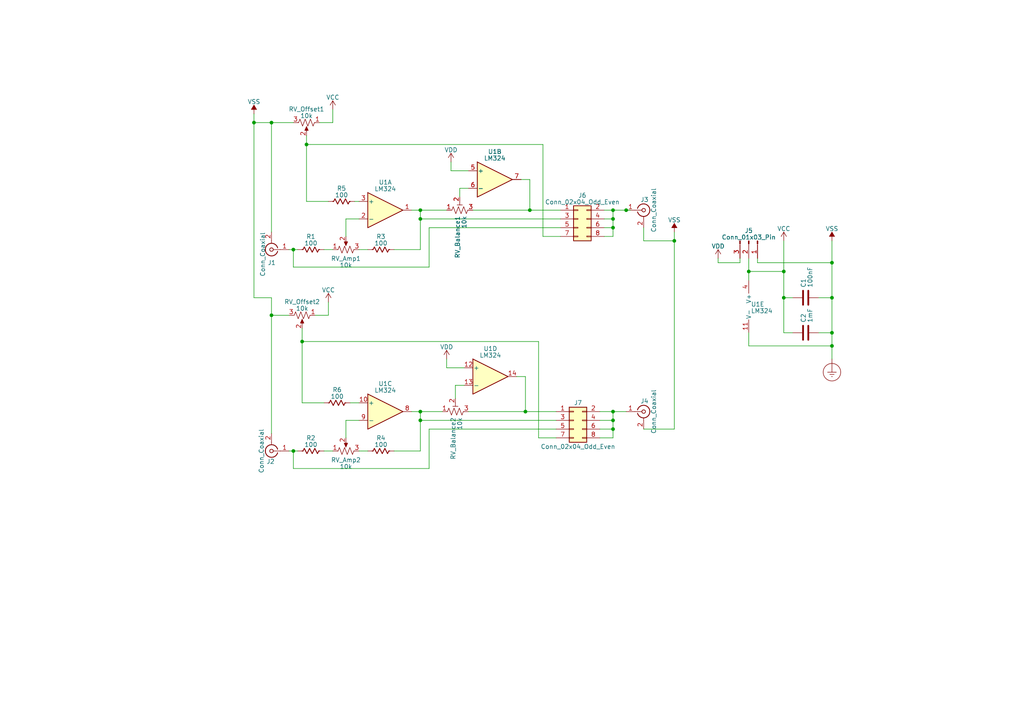
<source format=kicad_sch>
(kicad_sch (version 20230121) (generator eeschema)
  (paper "A4")
  (title_block (title "Wave Form Generator Amplifier") (date "2023-03-08") (rev "1") (company "Out-of-Band Development") (comment 1 "Matthew Whited"))
  (lib_symbols
    (symbol "Amplifier_Operational:LM324" (pin_names (offset 0.127))
      (property "Reference" "U" (at 0 5.08 0))
      (property "Value" "LM324" (at 0 -5.08 0))
      (symbol "LM324_1_1"
        (polyline (pts (xy -5.08 5.08) (xy 5.08 0) (xy -5.08 -5.08) (xy -5.08 5.08)) (stroke (width 0.254)) (fill (type background)))
        (pin output line (at 7.62 0 180) (length 2.54) (name "~") (number "1"))
        (pin input line (at -7.62 -2.54 0) (length 2.54) (name "-") (number "2"))
        (pin input line (at -7.62 2.54 0) (length 2.54) (name "+") (number "3"))
      )
      (symbol "LM324_2_1"
        (polyline (pts (xy -5.08 5.08) (xy 5.08 0) (xy -5.08 -5.08) (xy -5.08 5.08)) (stroke (width 0.254)) (fill (type background)))
        (pin input line (at -7.62 2.54 0) (length 2.54) (name "+") (number "5"))
        (pin input line (at -7.62 -2.54 0) (length 2.54) (name "-") (number "6"))
        (pin output line (at 7.62 0 180) (length 2.54) (name "~") (number "7"))
      )
      (symbol "LM324_3_1"
        (polyline (pts (xy -5.08 5.08) (xy 5.08 0) (xy -5.08 -5.08) (xy -5.08 5.08)) (stroke (width 0.254)) (fill (type background)))
        (pin input line (at -7.62 2.54 0) (length 2.54) (name "+") (number "10"))
        (pin output line (at 7.62 0 180) (length 2.54) (name "~") (number "8"))
        (pin input line (at -7.62 -2.54 0) (length 2.54) (name "-") (number "9"))
      )
      (symbol "LM324_4_1"
        (polyline (pts (xy -5.08 5.08) (xy 5.08 0) (xy -5.08 -5.08) (xy -5.08 5.08)) (stroke (width 0.254)) (fill (type background)))
        (pin input line (at -7.62 2.54 0) (length 2.54) (name "+") (number "12"))
        (pin input line (at -7.62 -2.54 0) (length 2.54) (name "-") (number "13"))
        (pin output line (at 7.62 0 180) (length 2.54) (name "~") (number "14"))
      )
      (symbol "LM324_5_1"
        (pin power_in line (at -2.54 -7.62 90) (length 3.81) (name "V-") (number "11"))
        (pin power_in line (at -2.54 7.62 270) (length 3.81) (name "V+") (number "4"))
      )
    )
    (symbol "Connector:Conn_01x03_Pin" (pin_names (offset 1.016) hide)
      (property "Reference" "J" (at 0 5.08 0))
      (property "Value" "Conn_01x03_Pin" (at 0 -5.08 0))
      (symbol "Conn_01x03_Pin_1_1"
        (polyline (pts (xy 1.27 -2.54) (xy 0.8636 -2.54)) (stroke (width 0.1524)))
        (polyline (pts (xy 1.27 0) (xy 0.8636 0)) (stroke (width 0.1524)))
        (polyline (pts (xy 1.27 2.54) (xy 0.8636 2.54)) (stroke (width 0.1524)))
        (rectangle (start 0.8636 -2.413) (end 0 -2.667) (stroke (width 0.1524)) (fill (type outline)))
        (rectangle (start 0.8636 0.127) (end 0 -0.127) (stroke (width 0.1524)) (fill (type outline)))
        (rectangle (start 0.8636 2.667) (end 0 2.413) (stroke (width 0.1524)) (fill (type outline)))
        (pin passive line (at 5.08 2.54 180) (length 3.81) (name "Pin_1") (number "1"))
        (pin passive line (at 5.08 0 180) (length 3.81) (name "Pin_2") (number "2"))
        (pin passive line (at 5.08 -2.54 180) (length 3.81) (name "Pin_3") (number "3"))
      )
    )
    (symbol "Connector:Conn_Coaxial" (pin_names (offset 1.016) hide)
      (property "Reference" "J" (at 0.254 3.048 0))
      (property "Value" "Conn_Coaxial" (at 2.921 0 90))
      (symbol "Conn_Coaxial_0_1"
        (arc (start -1.778 -0.508) (mid 0.2311 -1.8066) (end 1.778 0) (stroke (width 0.254)))
        (polyline (pts (xy -2.54 0) (xy -0.508 0)))
        (polyline (pts (xy 0 -2.54) (xy 0 -1.778)))
        (circle (center 0 0) (radius 0.508) (stroke (width 0.2032)))
        (arc (start 1.778 0) (mid 0.2099 1.8101) (end -1.778 0.508) (stroke (width 0.254)))
      )
      (symbol "Conn_Coaxial_1_1"
        (pin passive line (at -5.08 0 0) (length 2.54) (name "In") (number "1"))
        (pin passive line (at 0 -5.08 90) (length 2.54) (name "Ext") (number "2"))
      )
    )
    (symbol "Connector_Generic:Conn_02x04_Odd_Even" (pin_names (offset 1.016) hide)
      (property "Reference" "J" (at 1.27 5.08 0))
      (property "Value" "Conn_02x04_Odd_Even" (at 1.27 -7.62 0))
      (symbol "Conn_02x04_Odd_Even_1_1"
        (rectangle (start -1.27 -4.953) (end 0 -5.207) (stroke (width 0.1524)))
        (rectangle (start -1.27 -2.413) (end 0 -2.667) (stroke (width 0.1524)))
        (rectangle (start -1.27 0.127) (end 0 -0.127) (stroke (width 0.1524)))
        (rectangle (start -1.27 2.667) (end 0 2.413) (stroke (width 0.1524)))
        (rectangle (start -1.27 3.81) (end 3.81 -6.35) (stroke (width 0.254)) (fill (type background)))
        (rectangle (start 3.81 -4.953) (end 2.54 -5.207) (stroke (width 0.1524)))
        (rectangle (start 3.81 -2.413) (end 2.54 -2.667) (stroke (width 0.1524)))
        (rectangle (start 3.81 0.127) (end 2.54 -0.127) (stroke (width 0.1524)))
        (rectangle (start 3.81 2.667) (end 2.54 2.413) (stroke (width 0.1524)))
        (pin passive line (at -5.08 2.54 0) (length 3.81) (name "Pin_1") (number "1"))
        (pin passive line (at 7.62 2.54 180) (length 3.81) (name "Pin_2") (number "2"))
        (pin passive line (at -5.08 0 0) (length 3.81) (name "Pin_3") (number "3"))
        (pin passive line (at 7.62 0 180) (length 3.81) (name "Pin_4") (number "4"))
        (pin passive line (at -5.08 -2.54 0) (length 3.81) (name "Pin_5") (number "5"))
        (pin passive line (at 7.62 -2.54 180) (length 3.81) (name "Pin_6") (number "6"))
        (pin passive line (at -5.08 -5.08 0) (length 3.81) (name "Pin_7") (number "7"))
        (pin passive line (at 7.62 -5.08 180) (length 3.81) (name "Pin_8") (number "8"))
      )
    )
    (symbol "Device:C" (pin_numbers hide) (pin_names (offset 0.254))
      (property "Reference" "C" (at 0.635 2.54 0))
      (property "Value" "C" (at 0.635 -2.54 0))
      (symbol "C_0_1"
        (polyline (pts (xy -2.032 -0.762) (xy 2.032 -0.762)) (stroke (width 0.508)))
        (polyline (pts (xy -2.032 0.762) (xy 2.032 0.762)) (stroke (width 0.508)))
      )
      (symbol "C_1_1"
        (pin passive line (at 0 3.81 270) (length 2.794) (name "~") (number "1"))
        (pin passive line (at 0 -3.81 90) (length 2.794) (name "~") (number "2"))
      )
    )
    (symbol "Device:R_Potentiometer_Trim_US" (pin_names (offset 1.016) hide)
      (property "Reference" "RV" (at -4.445 0 90))
      (property "Value" "R_Potentiometer_Trim_US" (at -2.54 0 90))
      (symbol "R_Potentiometer_Trim_US_0_1"
        (polyline (pts (xy 0 -2.286) (xy 0 -2.54)))
        (polyline (pts (xy 0 2.286) (xy 0 2.54)))
        (polyline (pts (xy 1.524 0.762) (xy 1.524 -0.762)))
        (polyline (pts (xy 2.54 0) (xy 1.524 0)))
        (polyline (pts (xy 0 -0.762) (xy 1.016 -1.143) (xy 0 -1.524) (xy -1.016 -1.905) (xy 0 -2.286)))
        (polyline (pts (xy 0 0.762) (xy 1.016 0.381) (xy 0 0) (xy -1.016 -0.381) (xy 0 -0.762)))
        (polyline (pts (xy 0 2.286) (xy 1.016 1.905) (xy 0 1.524) (xy -1.016 1.143) (xy 0 0.762)))
      )
      (symbol "R_Potentiometer_Trim_US_1_1"
        (pin passive line (at 0 3.81 270) (length 1.27) (name "1") (number "1"))
        (pin passive line (at 3.81 0 180) (length 1.27) (name "2") (number "2"))
        (pin passive line (at 0 -3.81 90) (length 1.27) (name "3") (number "3"))
      )
    )
    (symbol "Device:R_Potentiometer_US" (pin_names (offset 1.016) hide)
      (property "Reference" "RV" (at -4.445 0 90))
      (property "Value" "R_Potentiometer_US" (at -2.54 0 90))
      (symbol "R_Potentiometer_US_0_1"
        (polyline (pts (xy 0 -2.286) (xy 0 -2.54)))
        (polyline (pts (xy 0 2.54) (xy 0 2.286)))
        (polyline (pts (xy 2.54 0) (xy 1.524 0)))
        (polyline (pts (xy 1.143 0) (xy 2.286 0.508) (xy 2.286 -0.508) (xy 1.143 0)) (fill (type outline)))
        (polyline (pts (xy 0 -0.762) (xy 1.016 -1.143) (xy 0 -1.524) (xy -1.016 -1.905) (xy 0 -2.286)))
        (polyline (pts (xy 0 0.762) (xy 1.016 0.381) (xy 0 0) (xy -1.016 -0.381) (xy 0 -0.762)))
        (polyline (pts (xy 0 2.286) (xy 1.016 1.905) (xy 0 1.524) (xy -1.016 1.143) (xy 0 0.762)))
      )
      (symbol "R_Potentiometer_US_1_1"
        (pin passive line (at 0 3.81 270) (length 1.27) (name "1") (number "1"))
        (pin passive line (at 3.81 0 180) (length 1.27) (name "2") (number "2"))
        (pin passive line (at 0 -3.81 90) (length 1.27) (name "3") (number "3"))
      )
    )
    (symbol "PCM_Resistor_US_AKL:R_Box_L8.4mm_W2.5mm_P5.08mm" (pin_numbers hide) (pin_names (offset 0))
      (property "Reference" "R" (at 2.54 1.27 0))
      (property "Value" "R_Box_L8.4mm_W2.5mm_P5.08mm" (at 2.54 -1.27 0))
      (symbol "R_Box_L8.4mm_W2.5mm_P5.08mm_0_1"
        (polyline (pts (xy 0 -2.286) (xy 0 -2.54)) (stroke (width 0.254)))
        (polyline (pts (xy 0 2.286) (xy 0 2.54)) (stroke (width 0.254)))
        (polyline (pts (xy 0 2.286) (xy 0.762 1.905) (xy -0.762 1.143) (xy 0 0.762) (xy 0.762 0.381) (xy 0 0) (xy -0.762 -0.381) (xy 0 -0.762) (xy 0.762 -1.143) (xy 0 -1.524) (xy -0.762 -1.905) (xy 0 -2.286)) (stroke (width 0.254)))
      )
      (symbol "R_Box_L8.4mm_W2.5mm_P5.08mm_1_1"
        (pin passive line (at 0 3.81 270) (length 1.27) (name "~") (number "1"))
        (pin passive line (at 0 -3.81 90) (length 1.27) (name "~") (number "2"))
      )
    )
    (symbol "power:Earth_Protective" (power) (pin_names (offset 0))
      (symbol "Earth_Protective_0_1"
        (circle (center 0 -3.81) (radius 2.54))
        (polyline (pts (xy -0.635 -4.445) (xy 0.635 -4.445)))
        (polyline (pts (xy -0.127 -5.08) (xy 0.127 -5.08)))
        (polyline (pts (xy 0 -3.81) (xy 0 0)))
        (polyline (pts (xy 1.27 -3.81) (xy -1.27 -3.81)))
      )
      (symbol "Earth_Protective_1_1"
        (pin power_in line (at 0 0 270) (length 0) hide (name "Earth_Protective") (number "1"))
      )
    )
    (symbol "power:VCC" (power) (pin_names (offset 0))
      (property "Value" "VCC" (at 0 3.81 0))
      (symbol "VCC_0_1"
        (polyline (pts (xy -0.762 1.27) (xy 0 2.54)))
        (polyline (pts (xy 0 0) (xy 0 2.54)))
        (polyline (pts (xy 0 2.54) (xy 0.762 1.27)))
      )
      (symbol "VCC_1_1"
        (pin power_in line (at 0 0 90) (length 0) hide (name "VCC") (number "1"))
      )
    )
    (symbol "power:VDD" (power) (pin_names (offset 0))
      (property "Value" "VDD" (at 0 3.81 0))
      (symbol "VDD_0_1"
        (polyline (pts (xy -0.762 1.27) (xy 0 2.54)))
        (polyline (pts (xy 0 0) (xy 0 2.54)))
        (polyline (pts (xy 0 2.54) (xy 0.762 1.27)))
      )
      (symbol "VDD_1_1"
        (pin power_in line (at 0 0 90) (length 0) hide (name "VDD") (number "1"))
      )
    )
    (symbol "power:VSS" (power) (pin_names (offset 0))
      (property "Value" "VSS" (at 0 3.81 0))
      (symbol "VSS_0_1"
        (polyline (pts (xy 0 0) (xy 0 2.54)))
        (polyline (pts (xy 0.762 1.27) (xy -0.762 1.27) (xy 0 2.54) (xy 0.762 1.27)) (fill (type outline)))
      )
      (symbol "VSS_1_1"
        (pin power_in line (at 0 0 90) (length 0) hide (name "VSS") (number "1"))
      )
    )
  )
  (junction (at 181.61 60.96))
  (junction (at 121.92 121.92))
  (junction (at 73.66 35.56))
  (junction (at 85.09 130.81))
  (junction (at 241.3 86.36))
  (junction (at 241.3 100.33))
  (junction (at 177.8 60.96))
  (junction (at 177.8 66.04))
  (junction (at 227.33 86.36))
  (junction (at 177.8 121.92))
  (junction (at 195.58 69.85))
  (junction (at 87.63 99.06))
  (junction (at 241.3 76.2))
  (junction (at 177.8 124.46))
  (junction (at 88.9 41.91))
  (junction (at 177.8 63.5))
  (junction (at 153.67 60.96))
  (junction (at 241.3 96.52))
  (junction (at 78.74 35.56))
  (junction (at 85.09 72.39))
  (junction (at 121.92 60.96))
  (junction (at 217.17 78.74))
  (junction (at 177.8 119.38))
  (junction (at 78.74 91.44))
  (junction (at 121.92 119.38))
  (junction (at 121.92 63.5))
  (junction (at 152.4 119.38))
  (junction (at 227.33 78.74))
  (wire (pts (xy 173.99 127) (xy 177.8 127)))
  (wire (pts (xy 241.3 96.52) (xy 241.3 100.33)))
  (wire (pts (xy 153.67 52.07) (xy 151.13 52.07)))
  (wire (pts (xy 88.9 58.42) (xy 95.25 58.42)))
  (wire (pts (xy 88.9 41.91) (xy 157.48 41.91)))
  (wire (pts (xy 175.26 60.96) (xy 177.8 60.96)))
  (wire (pts (xy 177.8 60.96) (xy 177.8 63.5)))
  (wire (pts (xy 121.92 63.5) (xy 162.56 63.5)))
  (wire (pts (xy 104.14 130.81) (xy 106.68 130.81)))
  (wire (pts (xy 153.67 60.96) (xy 162.56 60.96)))
  (wire (pts (xy 237.49 96.52) (xy 241.3 96.52)))
  (wire (pts (xy 93.98 116.84) (xy 87.63 116.84)))
  (wire (pts (xy 121.92 63.5) (xy 121.92 72.39)))
  (wire (pts (xy 186.69 66.04) (xy 186.69 69.85)))
  (wire (pts (xy 78.74 86.36) (xy 78.74 91.44)))
  (wire (pts (xy 177.8 119.38) (xy 177.8 121.92)))
  (wire (pts (xy 177.8 121.92) (xy 177.8 124.46)))
  (wire (pts (xy 217.17 100.33) (xy 217.17 96.52)))
  (wire (pts (xy 177.8 60.96) (xy 181.61 60.96)))
  (wire (pts (xy 182.88 60.96) (xy 181.61 60.96)))
  (wire (pts (xy 121.92 121.92) (xy 121.92 130.81)))
  (wire (pts (xy 133.35 54.61) (xy 133.35 57.15)))
  (wire (pts (xy 83.82 130.81) (xy 85.09 130.81)))
  (wire (pts (xy 186.69 69.85) (xy 195.58 69.85)))
  (wire (pts (xy 78.74 86.36) (xy 73.66 86.36)))
  (wire (pts (xy 88.9 39.37) (xy 88.9 41.91)))
  (wire (pts (xy 186.69 124.46) (xy 195.58 124.46)))
  (wire (pts (xy 129.54 106.68) (xy 129.54 104.14)))
  (wire (pts (xy 195.58 69.85) (xy 195.58 67.31)))
  (wire (pts (xy 137.16 60.96) (xy 153.67 60.96)))
  (wire (pts (xy 219.71 76.2) (xy 241.3 76.2)))
  (wire (pts (xy 173.99 119.38) (xy 177.8 119.38)))
  (wire (pts (xy 177.8 63.5) (xy 177.8 66.04)))
  (wire (pts (xy 121.92 119.38) (xy 128.27 119.38)))
  (wire (pts (xy 88.9 41.91) (xy 88.9 58.42)))
  (wire (pts (xy 214.63 76.2) (xy 214.63 74.93)))
  (wire (pts (xy 177.8 66.04) (xy 177.8 68.58)))
  (wire (pts (xy 87.63 99.06) (xy 87.63 95.25)))
  (wire (pts (xy 227.33 78.74) (xy 217.17 78.74)))
  (wire (pts (xy 241.3 76.2) (xy 241.3 86.36)))
  (wire (pts (xy 227.33 69.85) (xy 227.33 78.74)))
  (wire (pts (xy 237.49 86.36) (xy 241.3 86.36)))
  (wire (pts (xy 152.4 119.38) (xy 161.29 119.38)))
  (wire (pts (xy 100.33 63.5) (xy 104.14 63.5)))
  (wire (pts (xy 161.29 127) (xy 156.21 127)))
  (wire (pts (xy 217.17 78.74) (xy 217.17 81.28)))
  (wire (pts (xy 73.66 33.02) (xy 73.66 35.56)))
  (wire (pts (xy 102.87 58.42) (xy 104.14 58.42)))
  (wire (pts (xy 229.87 86.36) (xy 227.33 86.36)))
  (wire (pts (xy 161.29 124.46) (xy 124.46 124.46)))
  (wire (pts (xy 157.48 68.58) (xy 157.48 41.91)))
  (wire (pts (xy 217.17 74.93) (xy 217.17 78.74)))
  (wire (pts (xy 124.46 124.46) (xy 124.46 135.89)))
  (wire (pts (xy 241.3 86.36) (xy 241.3 96.52)))
  (wire (pts (xy 119.38 60.96) (xy 121.92 60.96)))
  (wire (pts (xy 121.92 119.38) (xy 121.92 121.92)))
  (wire (pts (xy 114.3 72.39) (xy 121.92 72.39)))
  (wire (pts (xy 195.58 69.85) (xy 195.58 124.46)))
  (wire (pts (xy 100.33 121.92) (xy 104.14 121.92)))
  (wire (pts (xy 93.98 72.39) (xy 96.52 72.39)))
  (wire (pts (xy 121.92 60.96) (xy 129.54 60.96)))
  (wire (pts (xy 101.6 116.84) (xy 104.14 116.84)))
  (wire (pts (xy 95.25 91.44) (xy 95.25 87.63)))
  (wire (pts (xy 162.56 66.04) (xy 124.46 66.04)))
  (wire (pts (xy 130.81 49.53) (xy 130.81 46.99)))
  (wire (pts (xy 153.67 60.96) (xy 153.67 52.07)))
  (wire (pts (xy 121.92 60.96) (xy 121.92 63.5)))
  (wire (pts (xy 175.26 63.5) (xy 177.8 63.5)))
  (wire (pts (xy 93.98 130.81) (xy 96.52 130.81)))
  (wire (pts (xy 241.3 100.33) (xy 241.3 104.14)))
  (wire (pts (xy 114.3 130.81) (xy 121.92 130.81)))
  (wire (pts (xy 152.4 109.22) (xy 149.86 109.22)))
  (wire (pts (xy 177.8 124.46) (xy 177.8 127)))
  (wire (pts (xy 156.21 99.06) (xy 87.63 99.06)))
  (wire (pts (xy 173.99 124.46) (xy 177.8 124.46)))
  (wire (pts (xy 175.26 66.04) (xy 177.8 66.04)))
  (wire (pts (xy 208.28 74.93) (xy 208.28 76.2)))
  (wire (pts (xy 124.46 77.47) (xy 85.09 77.47)))
  (wire (pts (xy 177.8 68.58) (xy 175.26 68.58)))
  (wire (pts (xy 91.44 91.44) (xy 95.25 91.44)))
  (wire (pts (xy 96.52 35.56) (xy 96.52 31.75)))
  (wire (pts (xy 78.74 35.56) (xy 85.09 35.56)))
  (wire (pts (xy 229.87 96.52) (xy 227.33 96.52)))
  (wire (pts (xy 83.82 72.39) (xy 85.09 72.39)))
  (wire (pts (xy 85.09 77.47) (xy 85.09 72.39)))
  (wire (pts (xy 78.74 35.56) (xy 78.74 67.31)))
  (wire (pts (xy 73.66 35.56) (xy 78.74 35.56)))
  (wire (pts (xy 104.14 72.39) (xy 106.68 72.39)))
  (wire (pts (xy 121.92 121.92) (xy 161.29 121.92)))
  (wire (pts (xy 135.89 119.38) (xy 152.4 119.38)))
  (wire (pts (xy 100.33 68.58) (xy 100.33 63.5)))
  (wire (pts (xy 134.62 106.68) (xy 129.54 106.68)))
  (wire (pts (xy 87.63 99.06) (xy 87.63 116.84)))
  (wire (pts (xy 78.74 91.44) (xy 78.74 125.73)))
  (wire (pts (xy 85.09 135.89) (xy 85.09 130.81)))
  (wire (pts (xy 227.33 96.52) (xy 227.33 86.36)))
  (wire (pts (xy 124.46 66.04) (xy 124.46 77.47)))
  (wire (pts (xy 227.33 78.74) (xy 227.33 86.36)))
  (wire (pts (xy 85.09 130.81) (xy 86.36 130.81)))
  (wire (pts (xy 208.28 76.2) (xy 214.63 76.2)))
  (wire (pts (xy 156.21 127) (xy 156.21 99.06)))
  (wire (pts (xy 135.89 49.53) (xy 130.81 49.53)))
  (wire (pts (xy 152.4 109.22) (xy 152.4 119.38)))
  (wire (pts (xy 219.71 76.2) (xy 219.71 74.93)))
  (wire (pts (xy 132.08 115.57) (xy 132.08 111.76)))
  (wire (pts (xy 162.56 68.58) (xy 157.48 68.58)))
  (wire (pts (xy 132.08 111.76) (xy 134.62 111.76)))
  (wire (pts (xy 119.38 119.38) (xy 121.92 119.38)))
  (wire (pts (xy 173.99 121.92) (xy 177.8 121.92)))
  (wire (pts (xy 241.3 69.85) (xy 241.3 76.2)))
  (wire (pts (xy 217.17 100.33) (xy 241.3 100.33)))
  (wire (pts (xy 85.09 72.39) (xy 86.36 72.39)))
  (wire (pts (xy 100.33 127) (xy 100.33 121.92)))
  (wire (pts (xy 92.71 35.56) (xy 96.52 35.56)))
  (wire (pts (xy 135.89 54.61) (xy 133.35 54.61)))
  (wire (pts (xy 78.74 91.44) (xy 83.82 91.44)))
  (wire (pts (xy 73.66 35.56) (xy 73.66 86.36)))
  (wire (pts (xy 124.46 135.89) (xy 85.09 135.89)))
  (wire (pts (xy 177.8 119.38) (xy 181.61 119.38)))
  (symbol (lib_id "Connector:Conn_Coaxial") (at 186.69 60.96 0) (unit 1)
    (property "Reference" "J3" (at 186.944 57.912 0))
    (property "Value" "Conn_Coaxial" (at 189.611 60.96 90))
    (property "Footprint" "Connector_Coaxial:BNC_Amphenol_B6252HB-NPP3G-50_Horizontal" (effects hide))
    (property "Datasheet" " ~" (effects hide))
  )
  (symbol (lib_id "Connector:Conn_Coaxial") (at 78.74 130.81 180) (unit 1)
    (property "Reference" "J2" (at 78.486 133.858 0))
    (property "Value" "Conn_Coaxial" (at 75.819 130.81 90))
    (property "Footprint" "Connector_Coaxial:BNC_Amphenol_B6252HB-NPP3G-50_Horizontal" (effects hide))
    (property "Datasheet" " ~" (effects hide))
  )
  (symbol (lib_id "Amplifier_Operational:LM324") (at 142.24 109.22 0) (unit 4)
    (property "Reference" "U1" (at 142.24 101.1301 0))
    (property "Value" "LM324" (at 142.24 103.0511 0))
    (property "Footprint" "Package_DIP:DIP-14_W7.62mm_Socket" (effects hide))
    (property "Datasheet" "http://www.ti.com/lit/ds/symlink/lm2902-n.pdf" (effects hide))
  )
  (symbol (lib_id "Device:R_Potentiometer_Trim_US") (at 133.35 60.96 90) (unit 1)
    (property "Reference" "RV_Balance1" (at 132.7063 62.6109 0) (effects (justify right)))
    (property "Value" "10k" (at 134.6273 62.6109 0) (effects (justify right)))
    (property "Footprint" "Potentiometer_THT:Potentiometer_Bourns_3296W_Vertical" (effects hide))
  )
  (symbol (lib_id "Device:R_Potentiometer_US") (at 100.33 130.81 90) (unit 1)
    (property "Reference" "RV_Amp2" (at 100.33 133.4215 90))
    (property "Value" "10k" (at 100.33 135.3425 90))
    (property "Footprint" "Connector_JST:JST_XH_B3B-XH-AM_1x03_P2.50mm_Vertical" (effects hide))
  )
  (symbol (lib_id "power:VCC") (at 96.52 31.75 0) (unit 1)
    (property "Reference" "#PWR08" (effects hide))
    (property "Value" "VCC" (at 96.52 28.2481 0))
  )
  (symbol (lib_id "Device:C") (at 233.68 86.36 90) (unit 1)
    (property "Reference" "C1" (at 233.0363 83.439 0) (effects (justify left)))
    (property "Value" "100nF" (at 234.9573 83.439 0) (effects (justify left)))
    (property "Footprint" "Capacitor_THT:C_Rect_L4.0mm_W2.5mm_P2.50mm" (effects hide))
  )
  (symbol (lib_id "power:VDD") (at 129.54 104.14 0) (unit 1)
    (property "Reference" "#PWR010" (effects hide))
    (property "Value" "VDD" (at 129.54 100.6381 0))
  )
  (symbol (lib_id "power:VCC") (at 227.33 69.85 0) (unit 1)
    (property "Reference" "#PWR01" (effects hide))
    (property "Value" "VCC" (at 227.33 66.3481 0))
  )
  (symbol (lib_id "Connector:Conn_Coaxial") (at 78.74 72.39 180) (unit 1)
    (property "Reference" "J1" (at 80.01 76.2 0) (effects (justify left)))
    (property "Value" "Conn_Coaxial" (at 76.2 67.31 90) (effects (justify left)))
    (property "Footprint" "Connector_Coaxial:BNC_Amphenol_B6252HB-NPP3G-50_Horizontal" (effects hide))
    (property "Datasheet" " ~" (effects hide))
  )
  (symbol (lib_id "Device:R_Potentiometer_US") (at 88.9 35.56 270) (unit 1)
    (property "Reference" "RV_Offset1" (at 88.9 31.6611 90))
    (property "Value" "10k" (at 88.9 33.5821 90))
    (property "Footprint" "Connector_JST:JST_XH_B3B-XH-AM_1x03_P2.50mm_Vertical" (effects hide))
  )
  (symbol (lib_id "power:Earth_Protective") (at 241.3 104.14 0) (unit 1)
    (property "Reference" "#PWR05" (effects hide))
    (property "Value" "Earth_Protective" (effects hide))
  )
  (symbol (lib_id "Amplifier_Operational:LM324") (at 111.76 60.96 0) (unit 1)
    (property "Reference" "U1" (at 111.76 52.8701 0))
    (property "Value" "LM324" (at 111.76 54.7911 0))
    (property "Footprint" "Package_DIP:DIP-14_W7.62mm_Socket" (effects hide))
    (property "Datasheet" "http://www.ti.com/lit/ds/symlink/lm2902-n.pdf" (effects hide))
  )
  (symbol (lib_id "power:VSS") (at 195.58 67.31 0) (unit 1)
    (property "Reference" "#PWR04" (effects hide))
    (property "Value" "VSS" (at 195.58 63.8081 0))
  )
  (symbol (lib_id "Connector_Generic:Conn_02x04_Odd_Even") (at 167.64 63.5 0) (unit 1)
    (property "Reference" "J6" (at 168.91 56.6801 0))
    (property "Value" "Conn_02x04_Odd_Even" (at 168.91 58.6011 0))
    (property "Footprint" "Connector_PinHeader_2.54mm:PinHeader_2x04_P2.54mm_Vertical" (effects hide))
  )
  (symbol (lib_id "Device:C") (at 233.68 96.52 90) (unit 1)
    (property "Reference" "C2" (at 233.0363 93.599 0) (effects (justify left)))
    (property "Value" "1mF" (at 234.9573 93.599 0) (effects (justify left)))
    (property "Footprint" "Capacitor_THT:CP_Radial_D5.0mm_P2.50mm" (effects hide))
  )
  (symbol (lib_id "power:VCC") (at 95.25 87.63 0) (unit 1)
    (property "Reference" "#PWR09" (effects hide))
    (property "Value" "VCC" (at 95.25 84.1281 0))
  )
  (symbol (lib_id "Device:R_Potentiometer_US") (at 100.33 72.39 90) (unit 1)
    (property "Reference" "RV_Amp1" (at 100.33 75.0015 90))
    (property "Value" "10k" (at 100.33 76.9225 90))
    (property "Footprint" "Connector_JST:JST_XH_B3B-XH-AM_1x03_P2.50mm_Vertical" (effects hide))
  )
  (symbol (lib_id "Amplifier_Operational:LM324") (at 143.51 52.07 0) (unit 2)
    (property "Reference" "U1" (at 143.51 43.9801 0))
    (property "Value" "LM324" (at 143.51 45.9011 0))
    (property "Footprint" "Package_DIP:DIP-14_W7.62mm_Socket" (effects hide))
    (property "Datasheet" "http://www.ti.com/lit/ds/symlink/lm2902-n.pdf" (effects hide))
  )
  (symbol (lib_id "power:VDD") (at 208.28 74.93 0) (unit 1)
    (property "Reference" "#PWR02" (effects hide))
    (property "Value" "VDD" (at 208.28 71.4281 0))
  )
  (symbol (lib_id "PCM_Resistor_US_AKL:R_Box_L8.4mm_W2.5mm_P5.08mm") (at 110.49 130.81 90) (unit 1)
    (property "Reference" "R4" (at 110.49 127.0381 90))
    (property "Value" "100" (at 110.49 128.9591 90))
    (property "Footprint" "Resistor_THT:R_Axial_DIN0207_L6.3mm_D2.5mm_P10.16mm_Horizontal" (effects hide))
  )
  (symbol (lib_id "power:VDD") (at 130.81 46.99 0) (unit 1)
    (property "Reference" "#PWR07" (effects hide))
    (property "Value" "VDD" (at 130.81 43.4881 0))
  )
  (symbol (lib_id "Connector:Conn_01x03_Pin") (at 217.17 69.85 270) (unit 1)
    (property "Reference" "J5" (at 217.17 66.8909 90))
    (property "Value" "Conn_01x03_Pin" (at 217.17 68.8119 90))
    (property "Footprint" "Connector_PinHeader_2.54mm:PinHeader_1x03_P2.54mm_Vertical" (effects hide))
  )
  (symbol (lib_id "Amplifier_Operational:LM324") (at 111.76 119.38 0) (unit 3)
    (property "Reference" "U1" (at 111.76 111.2901 0))
    (property "Value" "LM324" (at 111.76 113.2111 0))
    (property "Footprint" "Package_DIP:DIP-14_W7.62mm_Socket" (effects hide))
    (property "Datasheet" "http://www.ti.com/lit/ds/symlink/lm2902-n.pdf" (effects hide))
  )
  (symbol (lib_id "PCM_Resistor_US_AKL:R_Box_L8.4mm_W2.5mm_P5.08mm") (at 110.49 72.39 90) (unit 1)
    (property "Reference" "R3" (at 110.49 68.6181 90))
    (property "Value" "100" (at 110.49 70.5391 90))
    (property "Footprint" "Resistor_THT:R_Axial_DIN0207_L6.3mm_D2.5mm_P10.16mm_Horizontal" (effects hide))
  )
  (symbol (lib_id "PCM_Resistor_US_AKL:R_Box_L8.4mm_W2.5mm_P5.08mm") (at 97.79 116.84 90) (unit 1)
    (property "Reference" "R6" (at 97.79 113.0681 90))
    (property "Value" "100" (at 97.79 114.9891 90))
    (property "Footprint" "Resistor_THT:R_Axial_DIN0207_L6.3mm_D2.5mm_P10.16mm_Horizontal" (effects hide))
  )
  (symbol (lib_id "Amplifier_Operational:LM324") (at 219.71 88.9 0) (unit 5)
    (property "Reference" "U1" (at 217.805 88.2563 0) (effects (justify left)))
    (property "Value" "LM324" (at 217.805 90.1773 0) (effects (justify left)))
    (property "Footprint" "Package_DIP:DIP-14_W7.62mm_Socket" (effects hide))
    (property "Datasheet" "http://www.ti.com/lit/ds/symlink/lm2902-n.pdf" (effects hide))
  )
  (symbol (lib_id "Device:R_Potentiometer_Trim_US") (at 132.08 119.38 90) (unit 1)
    (property "Reference" "RV_Balance2" (at 131.4363 121.0309 0) (effects (justify right)))
    (property "Value" "10k" (at 133.3573 121.0309 0) (effects (justify right)))
    (property "Footprint" "Potentiometer_THT:Potentiometer_Bourns_3296W_Vertical" (effects hide))
  )
  (symbol (lib_id "Device:R_Potentiometer_US") (at 87.63 91.44 270) (unit 1)
    (property "Reference" "RV_Offset2" (at 87.63 87.5411 90))
    (property "Value" "10k" (at 87.63 89.4621 90))
    (property "Footprint" "Connector_JST:JST_XH_B3B-XH-AM_1x03_P2.50mm_Vertical" (effects hide))
  )
  (symbol (lib_id "power:VSS") (at 241.3 69.85 0) (unit 1)
    (property "Reference" "#PWR03" (effects hide))
    (property "Value" "VSS" (at 241.3 66.3481 0))
  )
  (symbol (lib_id "Connector:Conn_Coaxial") (at 186.69 119.38 0) (unit 1)
    (property "Reference" "J4" (at 186.944 116.332 0))
    (property "Value" "Conn_Coaxial" (at 189.611 119.38 90))
    (property "Footprint" "Connector_Coaxial:BNC_Amphenol_B6252HB-NPP3G-50_Horizontal" (effects hide))
    (property "Datasheet" " ~" (effects hide))
  )
  (symbol (lib_id "PCM_Resistor_US_AKL:R_Box_L8.4mm_W2.5mm_P5.08mm") (at 90.17 72.39 90) (unit 1)
    (property "Reference" "R1" (at 90.17 68.6181 90))
    (property "Value" "100" (at 90.17 70.5391 90))
    (property "Footprint" "Resistor_THT:R_Axial_DIN0207_L6.3mm_D2.5mm_P10.16mm_Horizontal" (effects hide))
  )
  (symbol (lib_id "power:VSS") (at 73.66 33.02 0) (unit 1)
    (property "Reference" "#PWR06" (effects hide))
    (property "Value" "VSS" (at 73.66 29.5181 0))
  )
  (symbol (lib_id "Connector_Generic:Conn_02x04_Odd_Even") (at 166.37 121.92 0) (unit 1)
    (property "Reference" "J7" (at 167.64 116.84 0))
    (property "Value" "Conn_02x04_Odd_Even" (at 167.64 129.54 0))
    (property "Footprint" "Connector_PinHeader_2.54mm:PinHeader_2x04_P2.54mm_Vertical" (effects hide))
  )
  (symbol (lib_id "PCM_Resistor_US_AKL:R_Box_L8.4mm_W2.5mm_P5.08mm") (at 99.06 58.42 90) (unit 1)
    (property "Reference" "R5" (at 99.06 54.6481 90))
    (property "Value" "100" (at 99.06 56.5691 90))
    (property "Footprint" "Resistor_THT:R_Axial_DIN0207_L6.3mm_D2.5mm_P10.16mm_Horizontal" (effects hide))
  )
  (symbol (lib_id "PCM_Resistor_US_AKL:R_Box_L8.4mm_W2.5mm_P5.08mm") (at 90.17 130.81 90) (unit 1)
    (property "Reference" "R2" (at 90.17 127.0381 90))
    (property "Value" "100" (at 90.17 128.9591 90))
    (property "Footprint" "Resistor_THT:R_Axial_DIN0207_L6.3mm_D2.5mm_P10.16mm_Horizontal" (effects hide))
  )
)
</source>
